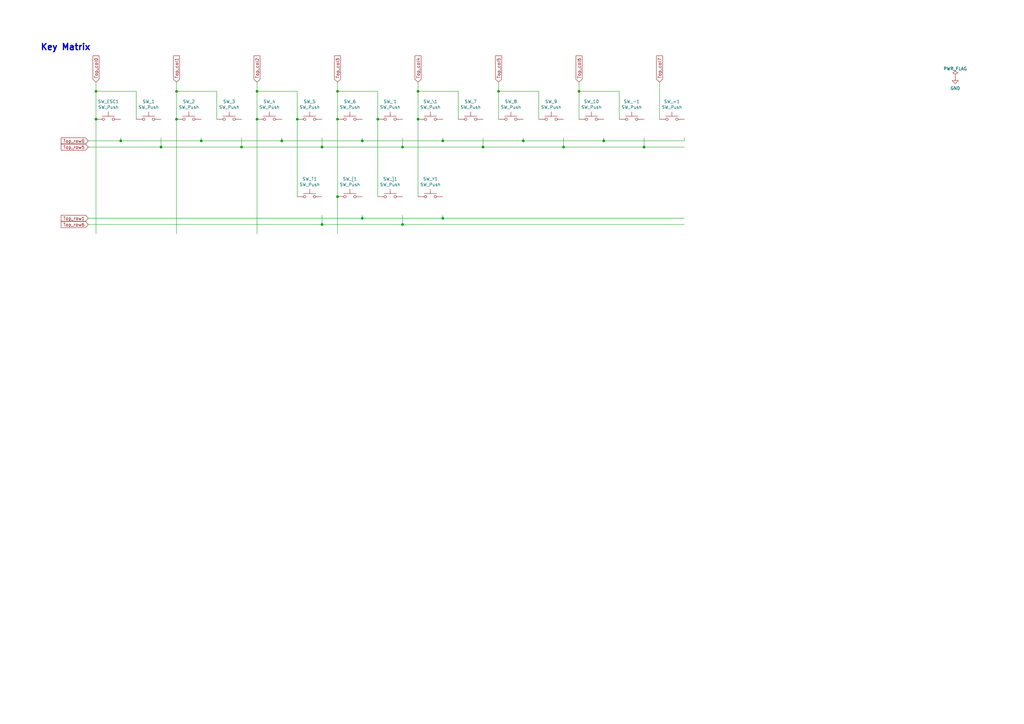
<source format=kicad_sch>
(kicad_sch (version 20230121) (generator eeschema)
  (paper "A3")
  (title_block (title "Sandy") (date "2023-01-04") (rev "v.0") (company "@jpskenn"))
  (lib_symbols
    (symbol "Switch:SW_Push" (pin_numbers hide) (pin_names (offset 1.016) hide)
      (property "Reference" "SW" (at 1.27 2.54 0))
      (property "Value" "SW_Push" (at 0 -1.524 0))
      (symbol "SW_Push_0_1"
        (circle (center -2.032 0) (radius 0.508))
        (polyline (pts (xy 0 1.27) (xy 0 3.048)))
        (polyline (pts (xy 2.54 1.27) (xy -2.54 1.27)))
        (circle (center 2.032 0) (radius 0.508))
        (pin passive line (at -5.08 0 0) (length 2.54) (name "1") (number "1"))
        (pin passive line (at 5.08 0 180) (length 2.54) (name "2") (number "2"))
      )
    )
    (symbol "power:GND" (power) (pin_names (offset 0))
      (property "Value" "GND" (at 0 -3.81 0))
      (symbol "GND_0_1"
        (polyline (pts (xy 0 0) (xy 0 -1.27) (xy 1.27 -1.27) (xy 0 -2.54) (xy -1.27 -1.27) (xy 0 -1.27)))
      )
      (symbol "GND_1_1"
        (pin power_in line (at 0 0 270) (length 0) hide (name "GND") (number "1"))
      )
    )
    (symbol "power:PWR_FLAG" (power) (pin_numbers hide) (pin_names (offset 0) hide)
      (property "Value" "PWR_FLAG" (at 0 3.81 0))
      (symbol "PWR_FLAG_0_0"
        (pin power_out line (at 0 0 90) (length 0) (name "pwr") (number "1"))
      )
      (symbol "PWR_FLAG_0_1"
        (polyline (pts (xy 0 0) (xy 0 1.27) (xy -1.016 1.905) (xy 0 2.54) (xy 1.016 1.905) (xy 0 1.27)))
      )
    )
  )
  (bus_alias "def-a" (members "row0" "row5" "col0" "col1"))
  (junction (at 148.59 89.535))
  (junction (at 82.55 57.785))
  (junction (at 165.1 92.075))
  (junction (at 171.45 48.895))
  (junction (at 231.14 60.325))
  (junction (at 99.06 60.325))
  (junction (at 105.41 48.895))
  (junction (at 49.53 57.785))
  (junction (at 39.37 37.465))
  (junction (at 214.63 57.785))
  (junction (at 138.43 37.465))
  (junction (at 148.59 57.785))
  (junction (at 165.1 60.325))
  (junction (at 132.08 92.075))
  (junction (at 204.47 37.465))
  (junction (at 181.61 57.785))
  (junction (at 66.04 60.325))
  (junction (at 72.39 48.895))
  (junction (at 105.41 37.465))
  (junction (at 181.61 89.535))
  (junction (at 138.43 48.895))
  (junction (at 154.94 48.895))
  (junction (at 132.08 60.325))
  (junction (at 39.37 48.895))
  (junction (at 247.65 57.785))
  (junction (at 264.16 60.325))
  (junction (at 198.12 60.325))
  (junction (at 237.49 37.465))
  (junction (at 72.39 37.465))
  (junction (at 171.45 37.465))
  (junction (at 115.57 57.785))
  (junction (at 138.43 80.645))
  (junction (at 121.92 48.895))
  (wire (pts (xy 132.08 92.075) (xy 165.1 92.075)))
  (wire (pts (xy 231.14 56.515) (xy 231.14 60.325)))
  (wire (pts (xy 237.49 37.465) (xy 237.49 48.895)))
  (wire (pts (xy 82.55 57.785) (xy 115.57 57.785)))
  (wire (pts (xy 247.65 56.515) (xy 247.65 57.785)))
  (wire (pts (xy 198.12 56.515) (xy 198.12 60.325)))
  (wire (pts (xy 270.51 33.655) (xy 270.51 48.895)))
  (wire (pts (xy 132.08 60.325) (xy 165.1 60.325)))
  (wire (pts (xy 99.06 56.515) (xy 99.06 60.325)))
  (wire (pts (xy 99.06 60.325) (xy 132.08 60.325)))
  (wire (pts (xy 148.59 89.535) (xy 181.61 89.535)))
  (wire (pts (xy 171.45 33.655) (xy 171.45 37.465)))
  (wire (pts (xy 254 37.465) (xy 237.49 37.465)))
  (wire (pts (xy 148.59 88.265) (xy 148.59 89.535)))
  (wire (pts (xy 55.88 37.465) (xy 55.88 48.895)))
  (wire (pts (xy 220.98 37.465) (xy 220.98 48.895)))
  (wire (pts (xy 204.47 37.465) (xy 204.47 48.895)))
  (wire (pts (xy 72.39 33.655) (xy 72.39 37.465)))
  (wire (pts (xy 121.92 37.465) (xy 121.92 48.895)))
  (wire (pts (xy 187.96 37.465) (xy 187.96 48.895)))
  (wire (pts (xy 36.195 89.535) (xy 148.59 89.535)))
  (wire (pts (xy 138.43 48.895) (xy 138.43 80.645)))
  (wire (pts (xy 36.195 60.325) (xy 66.04 60.325)))
  (wire (pts (xy 154.94 37.465) (xy 154.94 48.895)))
  (wire (pts (xy 181.61 88.265) (xy 181.61 89.535)))
  (wire (pts (xy 165.1 92.075) (xy 280.67 92.075)))
  (wire (pts (xy 237.49 33.655) (xy 237.49 37.465)))
  (wire (pts (xy 36.195 92.075) (xy 132.08 92.075)))
  (wire (pts (xy 39.37 37.465) (xy 55.88 37.465)))
  (wire (pts (xy 138.43 33.655) (xy 138.43 37.465)))
  (wire (pts (xy 115.57 56.515) (xy 115.57 57.785)))
  (wire (pts (xy 138.43 37.465) (xy 138.43 48.895)))
  (wire (pts (xy 181.61 89.535) (xy 280.67 89.535)))
  (wire (pts (xy 49.53 57.785) (xy 82.55 57.785)))
  (wire (pts (xy 121.92 48.895) (xy 121.92 80.645)))
  (wire (pts (xy 72.39 48.895) (xy 72.39 95.885)))
  (wire (pts (xy 66.04 60.325) (xy 99.06 60.325)))
  (wire (pts (xy 187.96 37.465) (xy 171.45 37.465)))
  (wire (pts (xy 72.39 37.465) (xy 72.39 48.895)))
  (wire (pts (xy 254 37.465) (xy 254 48.895)))
  (wire (pts (xy 181.61 57.785) (xy 181.61 56.515)))
  (wire (pts (xy 39.37 48.895) (xy 39.37 95.885)))
  (wire (pts (xy 181.61 57.785) (xy 214.63 57.785)))
  (wire (pts (xy 171.45 48.895) (xy 171.45 80.645)))
  (wire (pts (xy 66.04 56.515) (xy 66.04 60.325)))
  (wire (pts (xy 165.1 88.265) (xy 165.1 92.075)))
  (wire (pts (xy 214.63 57.785) (xy 247.65 57.785)))
  (wire (pts (xy 204.47 33.655) (xy 204.47 37.465)))
  (wire (pts (xy 247.65 57.785) (xy 280.67 57.785)))
  (wire (pts (xy 280.67 56.515) (xy 280.67 57.785)))
  (wire (pts (xy 214.63 56.515) (xy 214.63 57.785)))
  (wire (pts (xy 154.94 48.895) (xy 154.94 80.645)))
  (wire (pts (xy 171.45 37.465) (xy 171.45 48.895)))
  (wire (pts (xy 154.94 37.465) (xy 138.43 37.465)))
  (wire (pts (xy 132.08 56.515) (xy 132.08 60.325)))
  (wire (pts (xy 138.43 80.645) (xy 138.43 95.885)))
  (wire (pts (xy 280.67 60.325) (xy 264.16 60.325)))
  (wire (pts (xy 39.37 33.655) (xy 39.37 37.465)))
  (wire (pts (xy 115.57 57.785) (xy 148.59 57.785)))
  (wire (pts (xy 165.1 56.515) (xy 165.1 60.325)))
  (wire (pts (xy 220.98 37.465) (xy 204.47 37.465)))
  (wire (pts (xy 88.9 37.465) (xy 88.9 48.895)))
  (wire (pts (xy 105.41 37.465) (xy 105.41 48.895)))
  (wire (pts (xy 105.41 33.655) (xy 105.41 37.465)))
  (wire (pts (xy 198.12 60.325) (xy 231.14 60.325)))
  (wire (pts (xy 148.59 57.785) (xy 181.61 57.785)))
  (wire (pts (xy 231.14 60.325) (xy 264.16 60.325)))
  (wire (pts (xy 36.195 57.785) (xy 49.53 57.785)))
  (wire (pts (xy 165.1 60.325) (xy 198.12 60.325)))
  (wire (pts (xy 132.08 88.265) (xy 132.08 92.075)))
  (wire (pts (xy 148.59 56.515) (xy 148.59 57.785)))
  (wire (pts (xy 39.37 37.465) (xy 39.37 48.895)))
  (wire (pts (xy 82.55 56.515) (xy 82.55 57.785)))
  (wire (pts (xy 105.41 48.895) (xy 105.41 95.885)))
  (wire (pts (xy 121.92 37.465) (xy 105.41 37.465)))
  (wire (pts (xy 264.16 56.515) (xy 264.16 60.325)))
  (wire (pts (xy 49.53 56.515) (xy 49.53 57.785)))
  (wire (pts (xy 88.9 37.465) (xy 72.39 37.465)))
  (text "Key Matrix" (at 16.51 20.955 0) (effects (font (size 2.54 2.54) (thickness 0.508) bold) (justify left bottom)))
  (global_label "Top_row5" (shape input) (at 36.195 60.325 180) (property "Intersheetrefs" "${INTERSHEET_REFS}" (effects hide)) (property "シート間のリファレンス" "${INTERSHEET_REFS}" (effects hide)))
  (global_label "Top_col4" (shape input) (at 171.45 33.655 90) (property "Intersheetrefs" "${INTERSHEET_REFS}" (effects hide)) (property "シート間のリファレンス" "${INTERSHEET_REFS}" (effects hide)))
  (global_label "Top_col1" (shape input) (at 72.39 33.655 90) (property "Intersheetrefs" "${INTERSHEET_REFS}" (effects hide)) (property "シート間のリファレンス" "${INTERSHEET_REFS}" (effects hide)))
  (global_label "Top_col0" (shape input) (at 39.37 33.655 90) (property "Intersheetrefs" "${INTERSHEET_REFS}" (effects hide)) (property "シート間のリファレンス" "${INTERSHEET_REFS}" (effects hide)))
  (global_label "Top_row0" (shape input) (at 36.195 57.785 180) (property "Intersheetrefs" "${INTERSHEET_REFS}" (effects hide)) (property "シート間のリファレンス" "${INTERSHEET_REFS}" (effects hide)))
  (global_label "Top_col2" (shape input) (at 105.41 33.655 90) (property "Intersheetrefs" "${INTERSHEET_REFS}" (effects hide)) (property "シート間のリファレンス" "${INTERSHEET_REFS}" (effects hide)))
  (global_label "Top_col7" (shape input) (at 270.51 33.655 90) (property "Intersheetrefs" "${INTERSHEET_REFS}" (effects hide)) (property "シート間のリファレンス" "${INTERSHEET_REFS}" (effects hide)))
  (global_label "Top_col6" (shape input) (at 237.49 33.655 90) (property "Intersheetrefs" "${INTERSHEET_REFS}" (effects hide)) (property "シート間のリファレンス" "${INTERSHEET_REFS}" (effects hide)))
  (global_label "Top_row6" (shape input) (at 36.195 92.075 180) (property "Intersheetrefs" "${INTERSHEET_REFS}" (effects hide)) (property "シート間のリファレンス" "${INTERSHEET_REFS}" (effects hide)))
  (global_label "Top_col5" (shape input) (at 204.47 33.655 90) (property "Intersheetrefs" "${INTERSHEET_REFS}" (effects hide)) (property "シート間のリファレンス" "${INTERSHEET_REFS}" (effects hide)))
  (global_label "Top_row1" (shape input) (at 36.195 89.535 180) (property "Intersheetrefs" "${INTERSHEET_REFS}" (effects hide)) (property "シート間のリファレンス" "${INTERSHEET_REFS}" (effects hide)))
  (global_label "Top_col3" (shape input) (at 138.43 33.655 90) (property "Intersheetrefs" "${INTERSHEET_REFS}" (effects hide)) (property "シート間のリファレンス" "${INTERSHEET_REFS}" (effects hide)))
  (symbol (lib_id "Switch:SW_Push") (at 44.45 48.895 0) (unit 1)
    (property "Reference" "SW_ESC1" (at 44.45 41.656 0))
    (property "Value" "SW_Push" (at 44.45 43.9674 0))
    (property "Footprint" "Jones.local:MXOnly-1U-Hotswap-guide-dummy" (effects hide))
  )
  (symbol (lib_id "Switch:SW_Push") (at 193.04 48.895 0) (unit 1)
    (property "Reference" "SW_7" (at 193.04 41.656 0))
    (property "Value" "SW_Push" (at 193.04 43.9674 0))
    (property "Footprint" "Jones.local:MXOnly-1U-Hotswap-guide-dummy" (effects hide))
  )
  (symbol (lib_id "Switch:SW_Push") (at 77.47 48.895 0) (unit 1)
    (property "Reference" "SW_2" (at 77.47 41.656 0))
    (property "Value" "SW_Push" (at 77.47 43.9674 0))
    (property "Footprint" "Jones.local:MXOnly-1U-Hotswap-guide-dummy" (effects hide))
  )
  (symbol (lib_id "power:GND") (at 391.795 31.75 0) (unit 1)
    (property "Reference" "#PWR01" (effects hide))
    (property "Value" "GND" (at 391.795 36.1934 0))
  )
  (symbol (lib_id "Switch:SW_Push") (at 143.51 48.895 0) (unit 1)
    (property "Reference" "SW_6" (at 143.51 41.656 0))
    (property "Value" "SW_Push" (at 143.51 43.9674 0))
    (property "Footprint" "Jones.local:MXOnly-1U-Hotswap-guide-dummy" (effects hide))
  )
  (symbol (lib_id "Switch:SW_Push") (at 127 80.645 0) (unit 1)
    (property "Reference" "SW_T1" (at 127 73.406 0))
    (property "Value" "SW_Push" (at 127 75.7174 0))
    (property "Footprint" "Jones.local:MXOnly-1U-Hotswap-guide-dummy" (effects hide))
  )
  (symbol (lib_id "power:PWR_FLAG") (at 391.795 31.75 0) (unit 1)
    (property "Reference" "#FLG01" (effects hide))
    (property "Value" "PWR_FLAG" (at 391.795 28.1742 0))
  )
  (symbol (lib_id "Switch:SW_Push") (at 160.02 48.895 0) (unit 1)
    (property "Reference" "SW_`1" (at 160.02 41.656 0))
    (property "Value" "SW_Push" (at 160.02 43.9674 0))
    (property "Footprint" "Jones.local:MXOnly-1U-Hotswap-guide-dummy" (effects hide))
  )
  (symbol (lib_id "Switch:SW_Push") (at 259.08 48.895 0) (unit 1)
    (property "Reference" "SW_-1" (at 259.08 41.656 0))
    (property "Value" "SW_Push" (at 259.08 43.9674 0))
    (property "Footprint" "Jones.local:MXOnly-1U-Hotswap-guide-dummy" (effects hide))
  )
  (symbol (lib_id "Switch:SW_Push") (at 209.55 48.895 0) (unit 1)
    (property "Reference" "SW_8" (at 209.55 41.656 0))
    (property "Value" "SW_Push" (at 209.55 43.9674 0))
    (property "Footprint" "Jones.local:MXOnly-1U-Hotswap-guide-dummy" (effects hide))
  )
  (symbol (lib_id "Switch:SW_Push") (at 60.96 48.895 0) (unit 1)
    (property "Reference" "SW_1" (at 60.96 41.656 0))
    (property "Value" "SW_Push" (at 60.96 43.9674 0))
    (property "Footprint" "Jones.local:MXOnly-1U-Hotswap-guide-dummy" (effects hide))
  )
  (symbol (lib_id "Switch:SW_Push") (at 127 48.895 0) (unit 1)
    (property "Reference" "SW_5" (at 127 41.656 0))
    (property "Value" "SW_Push" (at 127 43.9674 0))
    (property "Footprint" "Jones.local:MXOnly-1U-Hotswap-guide-dummy" (effects hide))
  )
  (symbol (lib_id "Switch:SW_Push") (at 226.06 48.895 0) (unit 1)
    (property "Reference" "SW_9" (at 226.06 41.656 0))
    (property "Value" "SW_Push" (at 226.06 43.9674 0))
    (property "Footprint" "Jones.local:MXOnly-1U-Hotswap-guide-dummy" (effects hide))
  )
  (symbol (lib_id "Switch:SW_Push") (at 176.53 80.645 0) (unit 1)
    (property "Reference" "SW_Y1" (at 176.53 73.406 0))
    (property "Value" "SW_Push" (at 176.53 75.7174 0))
    (property "Footprint" "Jones.local:MXOnly-1U-Hotswap-guide-dummy" (effects hide))
  )
  (symbol (lib_id "Switch:SW_Push") (at 143.51 80.645 0) (unit 1)
    (property "Reference" "SW_[1" (at 143.51 73.406 0))
    (property "Value" "SW_Push" (at 143.51 75.7174 0))
    (property "Footprint" "Jones.local:MXOnly-1U-Hotswap-guide-dummy" (effects hide))
  )
  (symbol (lib_id "Switch:SW_Push") (at 242.57 48.895 0) (unit 1)
    (property "Reference" "SW_10" (at 242.57 41.656 0))
    (property "Value" "SW_Push" (at 242.57 43.9674 0))
    (property "Footprint" "Jones.local:MXOnly-1U-Hotswap-guide-dummy" (effects hide))
  )
  (symbol (lib_id "Switch:SW_Push") (at 93.98 48.895 0) (unit 1)
    (property "Reference" "SW_3" (at 93.98 41.656 0))
    (property "Value" "SW_Push" (at 93.98 43.9674 0))
    (property "Footprint" "Jones.local:MXOnly-1U-Hotswap-guide-dummy" (effects hide))
  )
  (symbol (lib_id "Switch:SW_Push") (at 275.59 48.895 0) (unit 1)
    (property "Reference" "SW_=1" (at 275.59 41.656 0))
    (property "Value" "SW_Push" (at 275.59 43.9674 0))
    (property "Footprint" "Jones.local:MXOnly-1U-Hotswap-guide-dummy" (effects hide))
  )
  (symbol (lib_id "Switch:SW_Push") (at 160.02 80.645 0) (unit 1)
    (property "Reference" "SW_]1" (at 160.02 73.406 0))
    (property "Value" "SW_Push" (at 160.02 75.7174 0))
    (property "Footprint" "Jones.local:MXOnly-1U-Hotswap-guide-dummy" (effects hide))
  )
  (symbol (lib_id "Switch:SW_Push") (at 110.49 48.895 0) (unit 1)
    (property "Reference" "SW_4" (at 110.49 41.656 0))
    (property "Value" "SW_Push" (at 110.49 43.9674 0))
    (property "Footprint" "Jones.local:MXOnly-1U-Hotswap-guide-dummy" (effects hide))
  )
  (symbol (lib_id "Switch:SW_Push") (at 176.53 48.895 0) (unit 1)
    (property "Reference" "SW_\\1" (at 176.53 41.656 0))
    (property "Value" "SW_Push" (at 176.53 43.9674 0))
    (property "Footprint" "Jones.local:MXOnly-1U-Hotswap-guide-dummy" (effects hide))
  )
)
</source>
